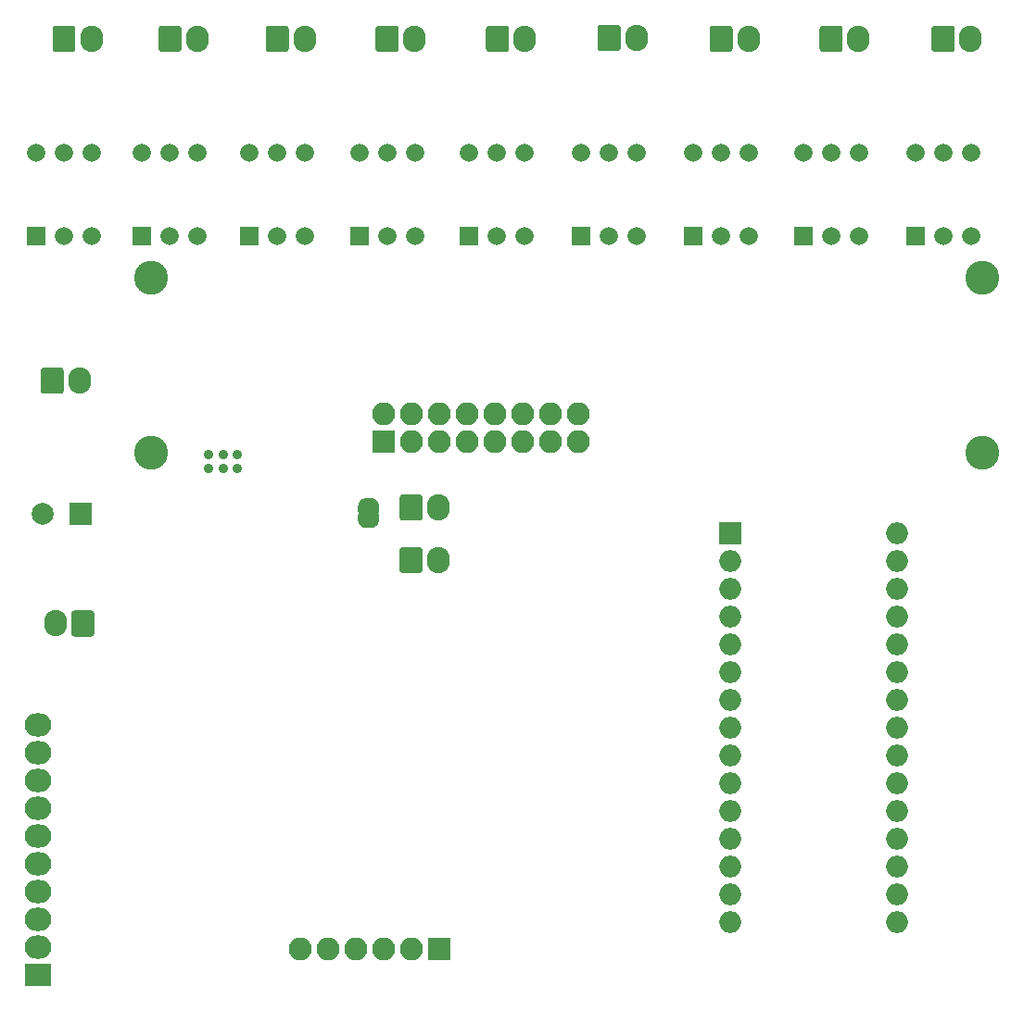
<source format=gbr>
G04 #@! TF.GenerationSoftware,KiCad,Pcbnew,5.1.5+dfsg1-2build2*
G04 #@! TF.CreationDate,2021-05-26T19:01:52-04:00*
G04 #@! TF.ProjectId,front_controls,66726f6e-745f-4636-9f6e-74726f6c732e,1*
G04 #@! TF.SameCoordinates,Original*
G04 #@! TF.FileFunction,Soldermask,Bot*
G04 #@! TF.FilePolarity,Negative*
%FSLAX46Y46*%
G04 Gerber Fmt 4.6, Leading zero omitted, Abs format (unit mm)*
G04 Created by KiCad (PCBNEW 5.1.5+dfsg1-2build2) date 2021-05-26 19:01:52*
%MOMM*%
%LPD*%
G04 APERTURE LIST*
%ADD10C,0.899999*%
%ADD11C,2.000000*%
%ADD12R,2.000000X2.000000*%
%ADD13C,3.100000*%
%ADD14O,2.100000X2.400000*%
%ADD15C,0.100000*%
%ADD16O,2.100000X2.100000*%
%ADD17R,2.100000X2.100000*%
%ADD18O,2.000000X2.000000*%
%ADD19R,1.660000X1.660000*%
%ADD20C,1.660000*%
%ADD21R,2.432000X2.127200*%
%ADD22O,2.432000X2.127200*%
G04 APERTURE END LIST*
D10*
X107600000Y-91850001D03*
X108900000Y-91850001D03*
X106300000Y-91850001D03*
X106300000Y-90549999D03*
X108900000Y-90549999D03*
X107600000Y-90549999D03*
D11*
X91100000Y-96000000D03*
D12*
X94600000Y-96000000D03*
D13*
X101000000Y-90400000D03*
X177000000Y-90400000D03*
X177000000Y-74400000D03*
X101000000Y-74400000D03*
D14*
X92300000Y-106000000D03*
D15*
G36*
X95571447Y-104801487D02*
G01*
X95601425Y-104805934D01*
X95630824Y-104813298D01*
X95659358Y-104823508D01*
X95686755Y-104836465D01*
X95712750Y-104852046D01*
X95737092Y-104870100D01*
X95759548Y-104890452D01*
X95779900Y-104912908D01*
X95797954Y-104937250D01*
X95813535Y-104963245D01*
X95826492Y-104990642D01*
X95836702Y-105019176D01*
X95844066Y-105048575D01*
X95848513Y-105078553D01*
X95850000Y-105108823D01*
X95850000Y-106891177D01*
X95848513Y-106921447D01*
X95844066Y-106951425D01*
X95836702Y-106980824D01*
X95826492Y-107009358D01*
X95813535Y-107036755D01*
X95797954Y-107062750D01*
X95779900Y-107087092D01*
X95759548Y-107109548D01*
X95737092Y-107129900D01*
X95712750Y-107147954D01*
X95686755Y-107163535D01*
X95659358Y-107176492D01*
X95630824Y-107186702D01*
X95601425Y-107194066D01*
X95571447Y-107198513D01*
X95541177Y-107200000D01*
X94058823Y-107200000D01*
X94028553Y-107198513D01*
X93998575Y-107194066D01*
X93969176Y-107186702D01*
X93940642Y-107176492D01*
X93913245Y-107163535D01*
X93887250Y-107147954D01*
X93862908Y-107129900D01*
X93840452Y-107109548D01*
X93820100Y-107087092D01*
X93802046Y-107062750D01*
X93786465Y-107036755D01*
X93773508Y-107009358D01*
X93763298Y-106980824D01*
X93755934Y-106951425D01*
X93751487Y-106921447D01*
X93750000Y-106891177D01*
X93750000Y-105108823D01*
X93751487Y-105078553D01*
X93755934Y-105048575D01*
X93763298Y-105019176D01*
X93773508Y-104990642D01*
X93786465Y-104963245D01*
X93802046Y-104937250D01*
X93820100Y-104912908D01*
X93840452Y-104890452D01*
X93862908Y-104870100D01*
X93887250Y-104852046D01*
X93913245Y-104836465D01*
X93940642Y-104823508D01*
X93969176Y-104813298D01*
X93998575Y-104805934D01*
X94028553Y-104801487D01*
X94058823Y-104800000D01*
X95541177Y-104800000D01*
X95571447Y-104801487D01*
G37*
D14*
X94500000Y-83800000D03*
D15*
G36*
X92771447Y-82601487D02*
G01*
X92801425Y-82605934D01*
X92830824Y-82613298D01*
X92859358Y-82623508D01*
X92886755Y-82636465D01*
X92912750Y-82652046D01*
X92937092Y-82670100D01*
X92959548Y-82690452D01*
X92979900Y-82712908D01*
X92997954Y-82737250D01*
X93013535Y-82763245D01*
X93026492Y-82790642D01*
X93036702Y-82819176D01*
X93044066Y-82848575D01*
X93048513Y-82878553D01*
X93050000Y-82908823D01*
X93050000Y-84691177D01*
X93048513Y-84721447D01*
X93044066Y-84751425D01*
X93036702Y-84780824D01*
X93026492Y-84809358D01*
X93013535Y-84836755D01*
X92997954Y-84862750D01*
X92979900Y-84887092D01*
X92959548Y-84909548D01*
X92937092Y-84929900D01*
X92912750Y-84947954D01*
X92886755Y-84963535D01*
X92859358Y-84976492D01*
X92830824Y-84986702D01*
X92801425Y-84994066D01*
X92771447Y-84998513D01*
X92741177Y-85000000D01*
X91258823Y-85000000D01*
X91228553Y-84998513D01*
X91198575Y-84994066D01*
X91169176Y-84986702D01*
X91140642Y-84976492D01*
X91113245Y-84963535D01*
X91087250Y-84947954D01*
X91062908Y-84929900D01*
X91040452Y-84909548D01*
X91020100Y-84887092D01*
X91002046Y-84862750D01*
X90986465Y-84836755D01*
X90973508Y-84809358D01*
X90963298Y-84780824D01*
X90955934Y-84751425D01*
X90951487Y-84721447D01*
X90950000Y-84691177D01*
X90950000Y-82908823D01*
X90951487Y-82878553D01*
X90955934Y-82848575D01*
X90963298Y-82819176D01*
X90973508Y-82790642D01*
X90986465Y-82763245D01*
X91002046Y-82737250D01*
X91020100Y-82712908D01*
X91040452Y-82690452D01*
X91062908Y-82670100D01*
X91087250Y-82652046D01*
X91113245Y-82636465D01*
X91140642Y-82623508D01*
X91169176Y-82613298D01*
X91198575Y-82605934D01*
X91228553Y-82601487D01*
X91258823Y-82600000D01*
X92741177Y-82600000D01*
X92771447Y-82601487D01*
G37*
G36*
X119954602Y-95243888D02*
G01*
X119954602Y-95225466D01*
X119955565Y-95205860D01*
X119960375Y-95157029D01*
X119963254Y-95137620D01*
X119972826Y-95089495D01*
X119977596Y-95070452D01*
X119991840Y-95023497D01*
X119998451Y-95005020D01*
X120017228Y-94959687D01*
X120025623Y-94941939D01*
X120048754Y-94898666D01*
X120058840Y-94881838D01*
X120086100Y-94841039D01*
X120097795Y-94825270D01*
X120128923Y-94787341D01*
X120142103Y-94772800D01*
X120176800Y-94738103D01*
X120191341Y-94724923D01*
X120229270Y-94693795D01*
X120245039Y-94682100D01*
X120285838Y-94654840D01*
X120302666Y-94644754D01*
X120345939Y-94621623D01*
X120363687Y-94613228D01*
X120409020Y-94594451D01*
X120427497Y-94587840D01*
X120474452Y-94573596D01*
X120493495Y-94568826D01*
X120541620Y-94559254D01*
X120561029Y-94556375D01*
X120609860Y-94551565D01*
X120629466Y-94550602D01*
X120647888Y-94550602D01*
X120654000Y-94550000D01*
X121154000Y-94550000D01*
X121160112Y-94550602D01*
X121178534Y-94550602D01*
X121198140Y-94551565D01*
X121246971Y-94556375D01*
X121266380Y-94559254D01*
X121314505Y-94568826D01*
X121333548Y-94573596D01*
X121380503Y-94587840D01*
X121398980Y-94594451D01*
X121444313Y-94613228D01*
X121462061Y-94621623D01*
X121505334Y-94644754D01*
X121522162Y-94654840D01*
X121562961Y-94682100D01*
X121578730Y-94693795D01*
X121616659Y-94724923D01*
X121631200Y-94738103D01*
X121665897Y-94772800D01*
X121679077Y-94787341D01*
X121710205Y-94825270D01*
X121721900Y-94841039D01*
X121749160Y-94881838D01*
X121759246Y-94898666D01*
X121782377Y-94941939D01*
X121790772Y-94959687D01*
X121809549Y-95005020D01*
X121816160Y-95023497D01*
X121830404Y-95070452D01*
X121835174Y-95089495D01*
X121844746Y-95137620D01*
X121847625Y-95157029D01*
X121852435Y-95205860D01*
X121853398Y-95225466D01*
X121853398Y-95243888D01*
X121854000Y-95250000D01*
X121854000Y-95750000D01*
X121850157Y-95789018D01*
X121838776Y-95826537D01*
X121820294Y-95861114D01*
X121795421Y-95891421D01*
X121765114Y-95916294D01*
X121730537Y-95934776D01*
X121693018Y-95946157D01*
X121654000Y-95950000D01*
X120154000Y-95950000D01*
X120114982Y-95946157D01*
X120077463Y-95934776D01*
X120042886Y-95916294D01*
X120012579Y-95891421D01*
X119987706Y-95861114D01*
X119969224Y-95826537D01*
X119957843Y-95789018D01*
X119954000Y-95750000D01*
X119954000Y-95250000D01*
X119954602Y-95243888D01*
G37*
G36*
X119957843Y-96010982D02*
G01*
X119969224Y-95973463D01*
X119987706Y-95938886D01*
X120012579Y-95908579D01*
X120042886Y-95883706D01*
X120077463Y-95865224D01*
X120114982Y-95853843D01*
X120154000Y-95850000D01*
X121654000Y-95850000D01*
X121693018Y-95853843D01*
X121730537Y-95865224D01*
X121765114Y-95883706D01*
X121795421Y-95908579D01*
X121820294Y-95938886D01*
X121838776Y-95973463D01*
X121850157Y-96010982D01*
X121854000Y-96050000D01*
X121854000Y-96550000D01*
X121853398Y-96556112D01*
X121853398Y-96574534D01*
X121852435Y-96594140D01*
X121847625Y-96642971D01*
X121844746Y-96662380D01*
X121835174Y-96710505D01*
X121830404Y-96729548D01*
X121816160Y-96776503D01*
X121809549Y-96794980D01*
X121790772Y-96840313D01*
X121782377Y-96858061D01*
X121759246Y-96901334D01*
X121749160Y-96918162D01*
X121721900Y-96958961D01*
X121710205Y-96974730D01*
X121679077Y-97012659D01*
X121665897Y-97027200D01*
X121631200Y-97061897D01*
X121616659Y-97075077D01*
X121578730Y-97106205D01*
X121562961Y-97117900D01*
X121522162Y-97145160D01*
X121505334Y-97155246D01*
X121462061Y-97178377D01*
X121444313Y-97186772D01*
X121398980Y-97205549D01*
X121380503Y-97212160D01*
X121333548Y-97226404D01*
X121314505Y-97231174D01*
X121266380Y-97240746D01*
X121246971Y-97243625D01*
X121198140Y-97248435D01*
X121178534Y-97249398D01*
X121160112Y-97249398D01*
X121154000Y-97250000D01*
X120654000Y-97250000D01*
X120647888Y-97249398D01*
X120629466Y-97249398D01*
X120609860Y-97248435D01*
X120561029Y-97243625D01*
X120541620Y-97240746D01*
X120493495Y-97231174D01*
X120474452Y-97226404D01*
X120427497Y-97212160D01*
X120409020Y-97205549D01*
X120363687Y-97186772D01*
X120345939Y-97178377D01*
X120302666Y-97155246D01*
X120285838Y-97145160D01*
X120245039Y-97117900D01*
X120229270Y-97106205D01*
X120191341Y-97075077D01*
X120176800Y-97061897D01*
X120142103Y-97027200D01*
X120128923Y-97012659D01*
X120097795Y-96974730D01*
X120086100Y-96958961D01*
X120058840Y-96918162D01*
X120048754Y-96901334D01*
X120025623Y-96858061D01*
X120017228Y-96840313D01*
X119998451Y-96794980D01*
X119991840Y-96776503D01*
X119977596Y-96729548D01*
X119972826Y-96710505D01*
X119963254Y-96662380D01*
X119960375Y-96642971D01*
X119955565Y-96594140D01*
X119954602Y-96574534D01*
X119954602Y-96556112D01*
X119954000Y-96550000D01*
X119954000Y-96050000D01*
X119957843Y-96010982D01*
G37*
D14*
X127300000Y-95400000D03*
D15*
G36*
X125571447Y-94201487D02*
G01*
X125601425Y-94205934D01*
X125630824Y-94213298D01*
X125659358Y-94223508D01*
X125686755Y-94236465D01*
X125712750Y-94252046D01*
X125737092Y-94270100D01*
X125759548Y-94290452D01*
X125779900Y-94312908D01*
X125797954Y-94337250D01*
X125813535Y-94363245D01*
X125826492Y-94390642D01*
X125836702Y-94419176D01*
X125844066Y-94448575D01*
X125848513Y-94478553D01*
X125850000Y-94508823D01*
X125850000Y-96291177D01*
X125848513Y-96321447D01*
X125844066Y-96351425D01*
X125836702Y-96380824D01*
X125826492Y-96409358D01*
X125813535Y-96436755D01*
X125797954Y-96462750D01*
X125779900Y-96487092D01*
X125759548Y-96509548D01*
X125737092Y-96529900D01*
X125712750Y-96547954D01*
X125686755Y-96563535D01*
X125659358Y-96576492D01*
X125630824Y-96586702D01*
X125601425Y-96594066D01*
X125571447Y-96598513D01*
X125541177Y-96600000D01*
X124058823Y-96600000D01*
X124028553Y-96598513D01*
X123998575Y-96594066D01*
X123969176Y-96586702D01*
X123940642Y-96576492D01*
X123913245Y-96563535D01*
X123887250Y-96547954D01*
X123862908Y-96529900D01*
X123840452Y-96509548D01*
X123820100Y-96487092D01*
X123802046Y-96462750D01*
X123786465Y-96436755D01*
X123773508Y-96409358D01*
X123763298Y-96380824D01*
X123755934Y-96351425D01*
X123751487Y-96321447D01*
X123750000Y-96291177D01*
X123750000Y-94508823D01*
X123751487Y-94478553D01*
X123755934Y-94448575D01*
X123763298Y-94419176D01*
X123773508Y-94390642D01*
X123786465Y-94363245D01*
X123802046Y-94337250D01*
X123820100Y-94312908D01*
X123840452Y-94290452D01*
X123862908Y-94270100D01*
X123887250Y-94252046D01*
X123913245Y-94236465D01*
X123940642Y-94223508D01*
X123969176Y-94213298D01*
X123998575Y-94205934D01*
X124028553Y-94201487D01*
X124058823Y-94200000D01*
X125541177Y-94200000D01*
X125571447Y-94201487D01*
G37*
D14*
X127300000Y-100200000D03*
D15*
G36*
X125571447Y-99001487D02*
G01*
X125601425Y-99005934D01*
X125630824Y-99013298D01*
X125659358Y-99023508D01*
X125686755Y-99036465D01*
X125712750Y-99052046D01*
X125737092Y-99070100D01*
X125759548Y-99090452D01*
X125779900Y-99112908D01*
X125797954Y-99137250D01*
X125813535Y-99163245D01*
X125826492Y-99190642D01*
X125836702Y-99219176D01*
X125844066Y-99248575D01*
X125848513Y-99278553D01*
X125850000Y-99308823D01*
X125850000Y-101091177D01*
X125848513Y-101121447D01*
X125844066Y-101151425D01*
X125836702Y-101180824D01*
X125826492Y-101209358D01*
X125813535Y-101236755D01*
X125797954Y-101262750D01*
X125779900Y-101287092D01*
X125759548Y-101309548D01*
X125737092Y-101329900D01*
X125712750Y-101347954D01*
X125686755Y-101363535D01*
X125659358Y-101376492D01*
X125630824Y-101386702D01*
X125601425Y-101394066D01*
X125571447Y-101398513D01*
X125541177Y-101400000D01*
X124058823Y-101400000D01*
X124028553Y-101398513D01*
X123998575Y-101394066D01*
X123969176Y-101386702D01*
X123940642Y-101376492D01*
X123913245Y-101363535D01*
X123887250Y-101347954D01*
X123862908Y-101329900D01*
X123840452Y-101309548D01*
X123820100Y-101287092D01*
X123802046Y-101262750D01*
X123786465Y-101236755D01*
X123773508Y-101209358D01*
X123763298Y-101180824D01*
X123755934Y-101151425D01*
X123751487Y-101121447D01*
X123750000Y-101091177D01*
X123750000Y-99308823D01*
X123751487Y-99278553D01*
X123755934Y-99248575D01*
X123763298Y-99219176D01*
X123773508Y-99190642D01*
X123786465Y-99163245D01*
X123802046Y-99137250D01*
X123820100Y-99112908D01*
X123840452Y-99090452D01*
X123862908Y-99070100D01*
X123887250Y-99052046D01*
X123913245Y-99036465D01*
X123940642Y-99023508D01*
X123969176Y-99013298D01*
X123998575Y-99005934D01*
X124028553Y-99001487D01*
X124058823Y-99000000D01*
X125541177Y-99000000D01*
X125571447Y-99001487D01*
G37*
D16*
X140100000Y-86860000D03*
X140100000Y-89400000D03*
X137560000Y-86860000D03*
X137560000Y-89400000D03*
X135020000Y-86860000D03*
X135020000Y-89400000D03*
X132480000Y-86860000D03*
X132480000Y-89400000D03*
X129940000Y-86860000D03*
X129940000Y-89400000D03*
X127400000Y-86860000D03*
X127400000Y-89400000D03*
X124860000Y-86860000D03*
X124860000Y-89400000D03*
X122320000Y-86860000D03*
D17*
X122320000Y-89400000D03*
D16*
X114700000Y-135800000D03*
X117240000Y-135800000D03*
X119780000Y-135800000D03*
X122320000Y-135800000D03*
X124860000Y-135800000D03*
D17*
X127400000Y-135800000D03*
D18*
X169164000Y-133350000D03*
X153924000Y-133350000D03*
X169164000Y-97790000D03*
X153924000Y-130810000D03*
X169164000Y-100330000D03*
X153924000Y-128270000D03*
X169164000Y-102870000D03*
X153924000Y-125730000D03*
X169164000Y-105410000D03*
X153924000Y-123190000D03*
X169164000Y-107950000D03*
X153924000Y-120650000D03*
X169164000Y-110490000D03*
X153924000Y-118110000D03*
X169164000Y-113030000D03*
X153924000Y-115570000D03*
X169164000Y-115570000D03*
X153924000Y-113030000D03*
X169164000Y-118110000D03*
X153924000Y-110490000D03*
X169164000Y-120650000D03*
X153924000Y-107950000D03*
X169164000Y-123190000D03*
X153924000Y-105410000D03*
X169164000Y-125730000D03*
X153924000Y-102870000D03*
X169164000Y-128270000D03*
X153924000Y-100330000D03*
X169164000Y-130810000D03*
D12*
X153924000Y-97790000D03*
D19*
X110022000Y-70558000D03*
D20*
X112562000Y-70558000D03*
X115102000Y-70558000D03*
X115102000Y-62938000D03*
X112562000Y-62938000D03*
X110022000Y-62938000D03*
D19*
X90542000Y-70558000D03*
D20*
X93082000Y-70558000D03*
X95622000Y-70558000D03*
X95622000Y-62938000D03*
X93082000Y-62938000D03*
X90542000Y-62938000D03*
D19*
X100182000Y-70558000D03*
D20*
X102722000Y-70558000D03*
X105262000Y-70558000D03*
X105262000Y-62938000D03*
X102722000Y-62938000D03*
X100182000Y-62938000D03*
D19*
X120062000Y-70558000D03*
D20*
X122602000Y-70558000D03*
X125142000Y-70558000D03*
X125142000Y-62938000D03*
X122602000Y-62938000D03*
X120062000Y-62938000D03*
D19*
X130102000Y-70558000D03*
D20*
X132642000Y-70558000D03*
X135182000Y-70558000D03*
X135182000Y-62938000D03*
X132642000Y-62938000D03*
X130102000Y-62938000D03*
D19*
X140342000Y-70558000D03*
D20*
X142882000Y-70558000D03*
X145422000Y-70558000D03*
X145422000Y-62938000D03*
X142882000Y-62938000D03*
X140342000Y-62938000D03*
D19*
X150582000Y-70558000D03*
D20*
X153122000Y-70558000D03*
X155662000Y-70558000D03*
X155662000Y-62938000D03*
X153122000Y-62938000D03*
X150582000Y-62938000D03*
D19*
X160622000Y-70558000D03*
D20*
X163162000Y-70558000D03*
X165702000Y-70558000D03*
X165702000Y-62938000D03*
X163162000Y-62938000D03*
X160622000Y-62938000D03*
D19*
X170862000Y-70558000D03*
D20*
X173402000Y-70558000D03*
X175942000Y-70558000D03*
X175942000Y-62938000D03*
X173402000Y-62938000D03*
X170862000Y-62938000D03*
D15*
G36*
X93853447Y-51325487D02*
G01*
X93883425Y-51329934D01*
X93912824Y-51337298D01*
X93941358Y-51347508D01*
X93968755Y-51360465D01*
X93994750Y-51376046D01*
X94019092Y-51394100D01*
X94041548Y-51414452D01*
X94061900Y-51436908D01*
X94079954Y-51461250D01*
X94095535Y-51487245D01*
X94108492Y-51514642D01*
X94118702Y-51543176D01*
X94126066Y-51572575D01*
X94130513Y-51602553D01*
X94132000Y-51632823D01*
X94132000Y-53415177D01*
X94130513Y-53445447D01*
X94126066Y-53475425D01*
X94118702Y-53504824D01*
X94108492Y-53533358D01*
X94095535Y-53560755D01*
X94079954Y-53586750D01*
X94061900Y-53611092D01*
X94041548Y-53633548D01*
X94019092Y-53653900D01*
X93994750Y-53671954D01*
X93968755Y-53687535D01*
X93941358Y-53700492D01*
X93912824Y-53710702D01*
X93883425Y-53718066D01*
X93853447Y-53722513D01*
X93823177Y-53724000D01*
X92340823Y-53724000D01*
X92310553Y-53722513D01*
X92280575Y-53718066D01*
X92251176Y-53710702D01*
X92222642Y-53700492D01*
X92195245Y-53687535D01*
X92169250Y-53671954D01*
X92144908Y-53653900D01*
X92122452Y-53633548D01*
X92102100Y-53611092D01*
X92084046Y-53586750D01*
X92068465Y-53560755D01*
X92055508Y-53533358D01*
X92045298Y-53504824D01*
X92037934Y-53475425D01*
X92033487Y-53445447D01*
X92032000Y-53415177D01*
X92032000Y-51632823D01*
X92033487Y-51602553D01*
X92037934Y-51572575D01*
X92045298Y-51543176D01*
X92055508Y-51514642D01*
X92068465Y-51487245D01*
X92084046Y-51461250D01*
X92102100Y-51436908D01*
X92122452Y-51414452D01*
X92144908Y-51394100D01*
X92169250Y-51376046D01*
X92195245Y-51360465D01*
X92222642Y-51347508D01*
X92251176Y-51337298D01*
X92280575Y-51329934D01*
X92310553Y-51325487D01*
X92340823Y-51324000D01*
X93823177Y-51324000D01*
X93853447Y-51325487D01*
G37*
D14*
X95582000Y-52524000D03*
D15*
G36*
X103533447Y-51325487D02*
G01*
X103563425Y-51329934D01*
X103592824Y-51337298D01*
X103621358Y-51347508D01*
X103648755Y-51360465D01*
X103674750Y-51376046D01*
X103699092Y-51394100D01*
X103721548Y-51414452D01*
X103741900Y-51436908D01*
X103759954Y-51461250D01*
X103775535Y-51487245D01*
X103788492Y-51514642D01*
X103798702Y-51543176D01*
X103806066Y-51572575D01*
X103810513Y-51602553D01*
X103812000Y-51632823D01*
X103812000Y-53415177D01*
X103810513Y-53445447D01*
X103806066Y-53475425D01*
X103798702Y-53504824D01*
X103788492Y-53533358D01*
X103775535Y-53560755D01*
X103759954Y-53586750D01*
X103741900Y-53611092D01*
X103721548Y-53633548D01*
X103699092Y-53653900D01*
X103674750Y-53671954D01*
X103648755Y-53687535D01*
X103621358Y-53700492D01*
X103592824Y-53710702D01*
X103563425Y-53718066D01*
X103533447Y-53722513D01*
X103503177Y-53724000D01*
X102020823Y-53724000D01*
X101990553Y-53722513D01*
X101960575Y-53718066D01*
X101931176Y-53710702D01*
X101902642Y-53700492D01*
X101875245Y-53687535D01*
X101849250Y-53671954D01*
X101824908Y-53653900D01*
X101802452Y-53633548D01*
X101782100Y-53611092D01*
X101764046Y-53586750D01*
X101748465Y-53560755D01*
X101735508Y-53533358D01*
X101725298Y-53504824D01*
X101717934Y-53475425D01*
X101713487Y-53445447D01*
X101712000Y-53415177D01*
X101712000Y-51632823D01*
X101713487Y-51602553D01*
X101717934Y-51572575D01*
X101725298Y-51543176D01*
X101735508Y-51514642D01*
X101748465Y-51487245D01*
X101764046Y-51461250D01*
X101782100Y-51436908D01*
X101802452Y-51414452D01*
X101824908Y-51394100D01*
X101849250Y-51376046D01*
X101875245Y-51360465D01*
X101902642Y-51347508D01*
X101931176Y-51337298D01*
X101960575Y-51329934D01*
X101990553Y-51325487D01*
X102020823Y-51324000D01*
X103503177Y-51324000D01*
X103533447Y-51325487D01*
G37*
D14*
X105262000Y-52524000D03*
D15*
G36*
X113333447Y-51325487D02*
G01*
X113363425Y-51329934D01*
X113392824Y-51337298D01*
X113421358Y-51347508D01*
X113448755Y-51360465D01*
X113474750Y-51376046D01*
X113499092Y-51394100D01*
X113521548Y-51414452D01*
X113541900Y-51436908D01*
X113559954Y-51461250D01*
X113575535Y-51487245D01*
X113588492Y-51514642D01*
X113598702Y-51543176D01*
X113606066Y-51572575D01*
X113610513Y-51602553D01*
X113612000Y-51632823D01*
X113612000Y-53415177D01*
X113610513Y-53445447D01*
X113606066Y-53475425D01*
X113598702Y-53504824D01*
X113588492Y-53533358D01*
X113575535Y-53560755D01*
X113559954Y-53586750D01*
X113541900Y-53611092D01*
X113521548Y-53633548D01*
X113499092Y-53653900D01*
X113474750Y-53671954D01*
X113448755Y-53687535D01*
X113421358Y-53700492D01*
X113392824Y-53710702D01*
X113363425Y-53718066D01*
X113333447Y-53722513D01*
X113303177Y-53724000D01*
X111820823Y-53724000D01*
X111790553Y-53722513D01*
X111760575Y-53718066D01*
X111731176Y-53710702D01*
X111702642Y-53700492D01*
X111675245Y-53687535D01*
X111649250Y-53671954D01*
X111624908Y-53653900D01*
X111602452Y-53633548D01*
X111582100Y-53611092D01*
X111564046Y-53586750D01*
X111548465Y-53560755D01*
X111535508Y-53533358D01*
X111525298Y-53504824D01*
X111517934Y-53475425D01*
X111513487Y-53445447D01*
X111512000Y-53415177D01*
X111512000Y-51632823D01*
X111513487Y-51602553D01*
X111517934Y-51572575D01*
X111525298Y-51543176D01*
X111535508Y-51514642D01*
X111548465Y-51487245D01*
X111564046Y-51461250D01*
X111582100Y-51436908D01*
X111602452Y-51414452D01*
X111624908Y-51394100D01*
X111649250Y-51376046D01*
X111675245Y-51360465D01*
X111702642Y-51347508D01*
X111731176Y-51337298D01*
X111760575Y-51329934D01*
X111790553Y-51325487D01*
X111820823Y-51324000D01*
X113303177Y-51324000D01*
X113333447Y-51325487D01*
G37*
D14*
X115062000Y-52524000D03*
D15*
G36*
X123373447Y-51325487D02*
G01*
X123403425Y-51329934D01*
X123432824Y-51337298D01*
X123461358Y-51347508D01*
X123488755Y-51360465D01*
X123514750Y-51376046D01*
X123539092Y-51394100D01*
X123561548Y-51414452D01*
X123581900Y-51436908D01*
X123599954Y-51461250D01*
X123615535Y-51487245D01*
X123628492Y-51514642D01*
X123638702Y-51543176D01*
X123646066Y-51572575D01*
X123650513Y-51602553D01*
X123652000Y-51632823D01*
X123652000Y-53415177D01*
X123650513Y-53445447D01*
X123646066Y-53475425D01*
X123638702Y-53504824D01*
X123628492Y-53533358D01*
X123615535Y-53560755D01*
X123599954Y-53586750D01*
X123581900Y-53611092D01*
X123561548Y-53633548D01*
X123539092Y-53653900D01*
X123514750Y-53671954D01*
X123488755Y-53687535D01*
X123461358Y-53700492D01*
X123432824Y-53710702D01*
X123403425Y-53718066D01*
X123373447Y-53722513D01*
X123343177Y-53724000D01*
X121860823Y-53724000D01*
X121830553Y-53722513D01*
X121800575Y-53718066D01*
X121771176Y-53710702D01*
X121742642Y-53700492D01*
X121715245Y-53687535D01*
X121689250Y-53671954D01*
X121664908Y-53653900D01*
X121642452Y-53633548D01*
X121622100Y-53611092D01*
X121604046Y-53586750D01*
X121588465Y-53560755D01*
X121575508Y-53533358D01*
X121565298Y-53504824D01*
X121557934Y-53475425D01*
X121553487Y-53445447D01*
X121552000Y-53415177D01*
X121552000Y-51632823D01*
X121553487Y-51602553D01*
X121557934Y-51572575D01*
X121565298Y-51543176D01*
X121575508Y-51514642D01*
X121588465Y-51487245D01*
X121604046Y-51461250D01*
X121622100Y-51436908D01*
X121642452Y-51414452D01*
X121664908Y-51394100D01*
X121689250Y-51376046D01*
X121715245Y-51360465D01*
X121742642Y-51347508D01*
X121771176Y-51337298D01*
X121800575Y-51329934D01*
X121830553Y-51325487D01*
X121860823Y-51324000D01*
X123343177Y-51324000D01*
X123373447Y-51325487D01*
G37*
D14*
X125102000Y-52524000D03*
D15*
G36*
X133453447Y-51325487D02*
G01*
X133483425Y-51329934D01*
X133512824Y-51337298D01*
X133541358Y-51347508D01*
X133568755Y-51360465D01*
X133594750Y-51376046D01*
X133619092Y-51394100D01*
X133641548Y-51414452D01*
X133661900Y-51436908D01*
X133679954Y-51461250D01*
X133695535Y-51487245D01*
X133708492Y-51514642D01*
X133718702Y-51543176D01*
X133726066Y-51572575D01*
X133730513Y-51602553D01*
X133732000Y-51632823D01*
X133732000Y-53415177D01*
X133730513Y-53445447D01*
X133726066Y-53475425D01*
X133718702Y-53504824D01*
X133708492Y-53533358D01*
X133695535Y-53560755D01*
X133679954Y-53586750D01*
X133661900Y-53611092D01*
X133641548Y-53633548D01*
X133619092Y-53653900D01*
X133594750Y-53671954D01*
X133568755Y-53687535D01*
X133541358Y-53700492D01*
X133512824Y-53710702D01*
X133483425Y-53718066D01*
X133453447Y-53722513D01*
X133423177Y-53724000D01*
X131940823Y-53724000D01*
X131910553Y-53722513D01*
X131880575Y-53718066D01*
X131851176Y-53710702D01*
X131822642Y-53700492D01*
X131795245Y-53687535D01*
X131769250Y-53671954D01*
X131744908Y-53653900D01*
X131722452Y-53633548D01*
X131702100Y-53611092D01*
X131684046Y-53586750D01*
X131668465Y-53560755D01*
X131655508Y-53533358D01*
X131645298Y-53504824D01*
X131637934Y-53475425D01*
X131633487Y-53445447D01*
X131632000Y-53415177D01*
X131632000Y-51632823D01*
X131633487Y-51602553D01*
X131637934Y-51572575D01*
X131645298Y-51543176D01*
X131655508Y-51514642D01*
X131668465Y-51487245D01*
X131684046Y-51461250D01*
X131702100Y-51436908D01*
X131722452Y-51414452D01*
X131744908Y-51394100D01*
X131769250Y-51376046D01*
X131795245Y-51360465D01*
X131822642Y-51347508D01*
X131851176Y-51337298D01*
X131880575Y-51329934D01*
X131910553Y-51325487D01*
X131940823Y-51324000D01*
X133423177Y-51324000D01*
X133453447Y-51325487D01*
G37*
D14*
X135182000Y-52524000D03*
D15*
G36*
X143653447Y-51255487D02*
G01*
X143683425Y-51259934D01*
X143712824Y-51267298D01*
X143741358Y-51277508D01*
X143768755Y-51290465D01*
X143794750Y-51306046D01*
X143819092Y-51324100D01*
X143841548Y-51344452D01*
X143861900Y-51366908D01*
X143879954Y-51391250D01*
X143895535Y-51417245D01*
X143908492Y-51444642D01*
X143918702Y-51473176D01*
X143926066Y-51502575D01*
X143930513Y-51532553D01*
X143932000Y-51562823D01*
X143932000Y-53345177D01*
X143930513Y-53375447D01*
X143926066Y-53405425D01*
X143918702Y-53434824D01*
X143908492Y-53463358D01*
X143895535Y-53490755D01*
X143879954Y-53516750D01*
X143861900Y-53541092D01*
X143841548Y-53563548D01*
X143819092Y-53583900D01*
X143794750Y-53601954D01*
X143768755Y-53617535D01*
X143741358Y-53630492D01*
X143712824Y-53640702D01*
X143683425Y-53648066D01*
X143653447Y-53652513D01*
X143623177Y-53654000D01*
X142140823Y-53654000D01*
X142110553Y-53652513D01*
X142080575Y-53648066D01*
X142051176Y-53640702D01*
X142022642Y-53630492D01*
X141995245Y-53617535D01*
X141969250Y-53601954D01*
X141944908Y-53583900D01*
X141922452Y-53563548D01*
X141902100Y-53541092D01*
X141884046Y-53516750D01*
X141868465Y-53490755D01*
X141855508Y-53463358D01*
X141845298Y-53434824D01*
X141837934Y-53405425D01*
X141833487Y-53375447D01*
X141832000Y-53345177D01*
X141832000Y-51562823D01*
X141833487Y-51532553D01*
X141837934Y-51502575D01*
X141845298Y-51473176D01*
X141855508Y-51444642D01*
X141868465Y-51417245D01*
X141884046Y-51391250D01*
X141902100Y-51366908D01*
X141922452Y-51344452D01*
X141944908Y-51324100D01*
X141969250Y-51306046D01*
X141995245Y-51290465D01*
X142022642Y-51277508D01*
X142051176Y-51267298D01*
X142080575Y-51259934D01*
X142110553Y-51255487D01*
X142140823Y-51254000D01*
X143623177Y-51254000D01*
X143653447Y-51255487D01*
G37*
D14*
X145382000Y-52454000D03*
D15*
G36*
X153893447Y-51325487D02*
G01*
X153923425Y-51329934D01*
X153952824Y-51337298D01*
X153981358Y-51347508D01*
X154008755Y-51360465D01*
X154034750Y-51376046D01*
X154059092Y-51394100D01*
X154081548Y-51414452D01*
X154101900Y-51436908D01*
X154119954Y-51461250D01*
X154135535Y-51487245D01*
X154148492Y-51514642D01*
X154158702Y-51543176D01*
X154166066Y-51572575D01*
X154170513Y-51602553D01*
X154172000Y-51632823D01*
X154172000Y-53415177D01*
X154170513Y-53445447D01*
X154166066Y-53475425D01*
X154158702Y-53504824D01*
X154148492Y-53533358D01*
X154135535Y-53560755D01*
X154119954Y-53586750D01*
X154101900Y-53611092D01*
X154081548Y-53633548D01*
X154059092Y-53653900D01*
X154034750Y-53671954D01*
X154008755Y-53687535D01*
X153981358Y-53700492D01*
X153952824Y-53710702D01*
X153923425Y-53718066D01*
X153893447Y-53722513D01*
X153863177Y-53724000D01*
X152380823Y-53724000D01*
X152350553Y-53722513D01*
X152320575Y-53718066D01*
X152291176Y-53710702D01*
X152262642Y-53700492D01*
X152235245Y-53687535D01*
X152209250Y-53671954D01*
X152184908Y-53653900D01*
X152162452Y-53633548D01*
X152142100Y-53611092D01*
X152124046Y-53586750D01*
X152108465Y-53560755D01*
X152095508Y-53533358D01*
X152085298Y-53504824D01*
X152077934Y-53475425D01*
X152073487Y-53445447D01*
X152072000Y-53415177D01*
X152072000Y-51632823D01*
X152073487Y-51602553D01*
X152077934Y-51572575D01*
X152085298Y-51543176D01*
X152095508Y-51514642D01*
X152108465Y-51487245D01*
X152124046Y-51461250D01*
X152142100Y-51436908D01*
X152162452Y-51414452D01*
X152184908Y-51394100D01*
X152209250Y-51376046D01*
X152235245Y-51360465D01*
X152262642Y-51347508D01*
X152291176Y-51337298D01*
X152320575Y-51329934D01*
X152350553Y-51325487D01*
X152380823Y-51324000D01*
X153863177Y-51324000D01*
X153893447Y-51325487D01*
G37*
D14*
X155622000Y-52524000D03*
D15*
G36*
X163933447Y-51325487D02*
G01*
X163963425Y-51329934D01*
X163992824Y-51337298D01*
X164021358Y-51347508D01*
X164048755Y-51360465D01*
X164074750Y-51376046D01*
X164099092Y-51394100D01*
X164121548Y-51414452D01*
X164141900Y-51436908D01*
X164159954Y-51461250D01*
X164175535Y-51487245D01*
X164188492Y-51514642D01*
X164198702Y-51543176D01*
X164206066Y-51572575D01*
X164210513Y-51602553D01*
X164212000Y-51632823D01*
X164212000Y-53415177D01*
X164210513Y-53445447D01*
X164206066Y-53475425D01*
X164198702Y-53504824D01*
X164188492Y-53533358D01*
X164175535Y-53560755D01*
X164159954Y-53586750D01*
X164141900Y-53611092D01*
X164121548Y-53633548D01*
X164099092Y-53653900D01*
X164074750Y-53671954D01*
X164048755Y-53687535D01*
X164021358Y-53700492D01*
X163992824Y-53710702D01*
X163963425Y-53718066D01*
X163933447Y-53722513D01*
X163903177Y-53724000D01*
X162420823Y-53724000D01*
X162390553Y-53722513D01*
X162360575Y-53718066D01*
X162331176Y-53710702D01*
X162302642Y-53700492D01*
X162275245Y-53687535D01*
X162249250Y-53671954D01*
X162224908Y-53653900D01*
X162202452Y-53633548D01*
X162182100Y-53611092D01*
X162164046Y-53586750D01*
X162148465Y-53560755D01*
X162135508Y-53533358D01*
X162125298Y-53504824D01*
X162117934Y-53475425D01*
X162113487Y-53445447D01*
X162112000Y-53415177D01*
X162112000Y-51632823D01*
X162113487Y-51602553D01*
X162117934Y-51572575D01*
X162125298Y-51543176D01*
X162135508Y-51514642D01*
X162148465Y-51487245D01*
X162164046Y-51461250D01*
X162182100Y-51436908D01*
X162202452Y-51414452D01*
X162224908Y-51394100D01*
X162249250Y-51376046D01*
X162275245Y-51360465D01*
X162302642Y-51347508D01*
X162331176Y-51337298D01*
X162360575Y-51329934D01*
X162390553Y-51325487D01*
X162420823Y-51324000D01*
X163903177Y-51324000D01*
X163933447Y-51325487D01*
G37*
D14*
X165662000Y-52524000D03*
D15*
G36*
X174173447Y-51325487D02*
G01*
X174203425Y-51329934D01*
X174232824Y-51337298D01*
X174261358Y-51347508D01*
X174288755Y-51360465D01*
X174314750Y-51376046D01*
X174339092Y-51394100D01*
X174361548Y-51414452D01*
X174381900Y-51436908D01*
X174399954Y-51461250D01*
X174415535Y-51487245D01*
X174428492Y-51514642D01*
X174438702Y-51543176D01*
X174446066Y-51572575D01*
X174450513Y-51602553D01*
X174452000Y-51632823D01*
X174452000Y-53415177D01*
X174450513Y-53445447D01*
X174446066Y-53475425D01*
X174438702Y-53504824D01*
X174428492Y-53533358D01*
X174415535Y-53560755D01*
X174399954Y-53586750D01*
X174381900Y-53611092D01*
X174361548Y-53633548D01*
X174339092Y-53653900D01*
X174314750Y-53671954D01*
X174288755Y-53687535D01*
X174261358Y-53700492D01*
X174232824Y-53710702D01*
X174203425Y-53718066D01*
X174173447Y-53722513D01*
X174143177Y-53724000D01*
X172660823Y-53724000D01*
X172630553Y-53722513D01*
X172600575Y-53718066D01*
X172571176Y-53710702D01*
X172542642Y-53700492D01*
X172515245Y-53687535D01*
X172489250Y-53671954D01*
X172464908Y-53653900D01*
X172442452Y-53633548D01*
X172422100Y-53611092D01*
X172404046Y-53586750D01*
X172388465Y-53560755D01*
X172375508Y-53533358D01*
X172365298Y-53504824D01*
X172357934Y-53475425D01*
X172353487Y-53445447D01*
X172352000Y-53415177D01*
X172352000Y-51632823D01*
X172353487Y-51602553D01*
X172357934Y-51572575D01*
X172365298Y-51543176D01*
X172375508Y-51514642D01*
X172388465Y-51487245D01*
X172404046Y-51461250D01*
X172422100Y-51436908D01*
X172442452Y-51414452D01*
X172464908Y-51394100D01*
X172489250Y-51376046D01*
X172515245Y-51360465D01*
X172542642Y-51347508D01*
X172571176Y-51337298D01*
X172600575Y-51329934D01*
X172630553Y-51325487D01*
X172660823Y-51324000D01*
X174143177Y-51324000D01*
X174173447Y-51325487D01*
G37*
D14*
X175902000Y-52524000D03*
D21*
X90678000Y-138176000D03*
D22*
X90678000Y-135636000D03*
X90678000Y-133096000D03*
X90678000Y-130556000D03*
X90678000Y-128016000D03*
X90678000Y-125476000D03*
X90678000Y-122936000D03*
X90678000Y-120396000D03*
X90678000Y-117856000D03*
X90678000Y-115316000D03*
M02*

</source>
